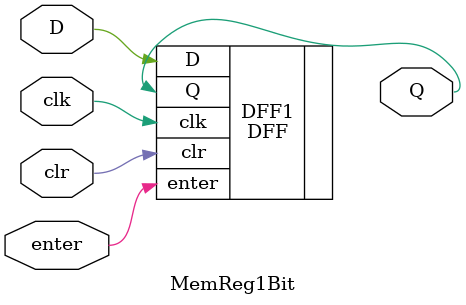
<source format=sv>
`timescale 1ns / 1ps

module MemReg1Bit(
    input clk, enter, clr, D,
    output Q
    );
    
    DFF DFF1 (.clk(clk), .enter(enter), .clr(clr), .D(D), .Q(Q));
endmodule

</source>
